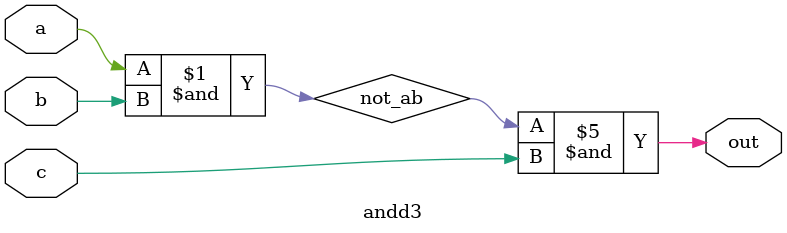
<source format=v>
`timescale 1ns / 1ps


module andd3(
input wire a, b, c,
    output wire out
    );

wire ab, not_ab, abc;
nand(ab, a, b);
nand(not_ab, ab, ab);
nand(abc, not_ab, c);
nand(out, abc, abc);
endmodule

</source>
